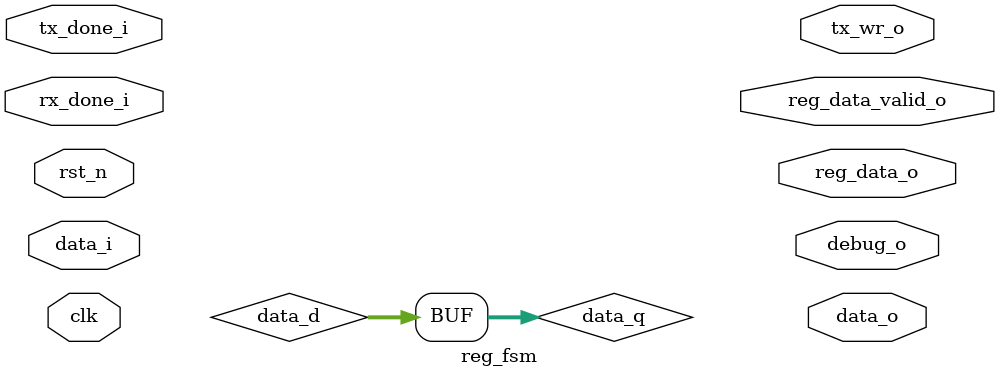
<source format=sv>
`default_nettype none
module reg_fsm(
input wire           clk,
input wire           rst_n,
input logic          rx_done_i,
input logic          tx_done_i,	
input logic  [7:0]   data_i,

output logic [7:0]   data_o,
output logic         tx_wr_o,	
output logic [7:0]   debug_o,
output logic [7:0]   reg_data_o,
output logic         reg_data_valid_o
);

//-------------------------------------------------------------------------------------------------

typedef enum  logic [1:0] {CMD_NOP, CMD_WR, CMD_RD  } cmd_type;
cmd_type cmd_type_d, cmd_type_q;

//-------------------------------------------------------------------------------------------------

logic [7:0] addr_d,   addr_q ;
logic [7:0] data_d,   data_q;
logic       wr_en,    rd_en ;

//-------------------------------------------------------------------------------------------------

typedef enum logic [1:0] {S_TYPE, S_ADD, S_DATA} state_t;   
state_t state, next_state;

//-------------------------------------------------------------------------------------------------

always_ff @ ( posedge clk, posedge rst_n ) begin
	if(!rst_n) begin
		state      <= S_TYPE;
		cmd_type_q <= CMD_NOP;
		addr_q     <= 1'b0;
		data_q     <= 1'b0;
	end
	else begin
	    state      <= next_state;
		cmd_type_q <= cmd_type_d;
		addr_q     <= addr_d;
		data_q     <= data_d;
    end
end

//-------------------------------------------------------------------------------------------------

always_comb begin
    next_state   =  state;
	cmd_type_d   =  cmd_type_q;
    addr_d       =  addr_q;  
    data_d       =  data_q;
    case (state)
        S_TYPE: begin
			       if(rx_done_i) begin
					   next_state = S_ADD;
					   cmd_type_d = data_i;  
				   end
		        end

        S_ADD:  begin
        		    if ( rx_done_i ) begin
                        next_state = S_DATA;
                        addr_d     = data_i; 
                    end
        		end

        S_DATA:	begin
        			if ( rx_done_i ) begin
                        next_state = S_TYPE;
						cmd_type_d  = P_CMD_NOP;
                    end
        		end
    endcase
end

//-------------------------------------------------------------------------------------------------

assign wr_en = (cmd_type_q == CMP_WR) &&  (state == S_DATA) && rx_done_i;
assign rd_en = (cmd_type_q == CMP_RD) &&  (state == S_DATA) && rx_done_i;

endmodule
`default_nettype wire   
</source>
